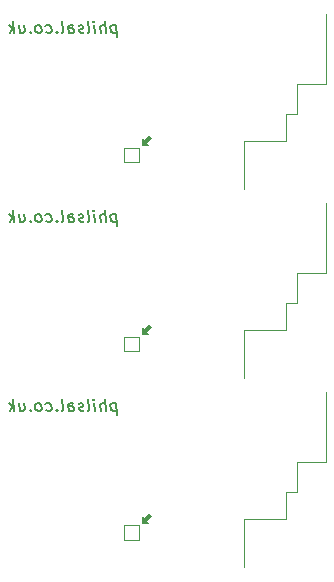
<source format=gbr>
G04 #@! TF.GenerationSoftware,KiCad,Pcbnew,(5.1.5)-3*
G04 #@! TF.CreationDate,2020-05-12T02:25:37+02:00*
G04 #@! TF.ProjectId,STRF,53545246-2e6b-4696-9361-645f70636258,rev?*
G04 #@! TF.SameCoordinates,Original*
G04 #@! TF.FileFunction,Legend,Bot*
G04 #@! TF.FilePolarity,Positive*
%FSLAX46Y46*%
G04 Gerber Fmt 4.6, Leading zero omitted, Abs format (unit mm)*
G04 Created by KiCad (PCBNEW (5.1.5)-3) date 2020-05-12 02:25:37*
%MOMM*%
%LPD*%
G04 APERTURE LIST*
%ADD10C,0.150000*%
%ADD11C,0.120000*%
%ADD12C,0.100000*%
G04 APERTURE END LIST*
D10*
X31466651Y-59985714D02*
X31591651Y-60985714D01*
X31472604Y-60033333D02*
X31371413Y-59985714D01*
X31180937Y-59985714D01*
X31091651Y-60033333D01*
X31049985Y-60080952D01*
X31014270Y-60176190D01*
X31049985Y-60461904D01*
X31109508Y-60557142D01*
X31163080Y-60604761D01*
X31264270Y-60652380D01*
X31454747Y-60652380D01*
X31544032Y-60604761D01*
X30645223Y-60652380D02*
X30520223Y-59652380D01*
X30216651Y-60652380D02*
X30151175Y-60128571D01*
X30186889Y-60033333D01*
X30276175Y-59985714D01*
X30419032Y-59985714D01*
X30520223Y-60033333D01*
X30573794Y-60080952D01*
X29740461Y-60652380D02*
X29657127Y-59985714D01*
X29615461Y-59652380D02*
X29669032Y-59700000D01*
X29627366Y-59747619D01*
X29573794Y-59700000D01*
X29615461Y-59652380D01*
X29627366Y-59747619D01*
X29121413Y-60652380D02*
X29210699Y-60604761D01*
X29246413Y-60509523D01*
X29139270Y-59652380D01*
X28782127Y-60604761D02*
X28692842Y-60652380D01*
X28502366Y-60652380D01*
X28401175Y-60604761D01*
X28341651Y-60509523D01*
X28335699Y-60461904D01*
X28371413Y-60366666D01*
X28460699Y-60319047D01*
X28603556Y-60319047D01*
X28692842Y-60271428D01*
X28728556Y-60176190D01*
X28722604Y-60128571D01*
X28663080Y-60033333D01*
X28561889Y-59985714D01*
X28419032Y-59985714D01*
X28329747Y-60033333D01*
X27502366Y-60652380D02*
X27436889Y-60128571D01*
X27472604Y-60033333D01*
X27561889Y-59985714D01*
X27752366Y-59985714D01*
X27853556Y-60033333D01*
X27496413Y-60604761D02*
X27597604Y-60652380D01*
X27835699Y-60652380D01*
X27924985Y-60604761D01*
X27960699Y-60509523D01*
X27948794Y-60414285D01*
X27889270Y-60319047D01*
X27788080Y-60271428D01*
X27549985Y-60271428D01*
X27448794Y-60223809D01*
X26883318Y-60652380D02*
X26972604Y-60604761D01*
X27008318Y-60509523D01*
X26901175Y-59652380D01*
X26490461Y-60557142D02*
X26448794Y-60604761D01*
X26502366Y-60652380D01*
X26544032Y-60604761D01*
X26490461Y-60557142D01*
X26502366Y-60652380D01*
X25591651Y-60604761D02*
X25692842Y-60652380D01*
X25883318Y-60652380D01*
X25972604Y-60604761D01*
X26014270Y-60557142D01*
X26049985Y-60461904D01*
X26014270Y-60176190D01*
X25954747Y-60080952D01*
X25901175Y-60033333D01*
X25799985Y-59985714D01*
X25609508Y-59985714D01*
X25520223Y-60033333D01*
X25026175Y-60652380D02*
X25115461Y-60604761D01*
X25157127Y-60557142D01*
X25192842Y-60461904D01*
X25157127Y-60176190D01*
X25097604Y-60080952D01*
X25044032Y-60033333D01*
X24942842Y-59985714D01*
X24799985Y-59985714D01*
X24710699Y-60033333D01*
X24669032Y-60080952D01*
X24633318Y-60176190D01*
X24669032Y-60461904D01*
X24728556Y-60557142D01*
X24782127Y-60604761D01*
X24883318Y-60652380D01*
X25026175Y-60652380D01*
X24252366Y-60557142D02*
X24210699Y-60604761D01*
X24264270Y-60652380D01*
X24305937Y-60604761D01*
X24252366Y-60557142D01*
X24264270Y-60652380D01*
X23276175Y-59985714D02*
X23359508Y-60652380D01*
X23704747Y-59985714D02*
X23770223Y-60509523D01*
X23734508Y-60604761D01*
X23645223Y-60652380D01*
X23502366Y-60652380D01*
X23401175Y-60604761D01*
X23347604Y-60557142D01*
X22883318Y-60652380D02*
X22758318Y-59652380D01*
X22740461Y-60271428D02*
X22502366Y-60652380D01*
X22419032Y-59985714D02*
X22847604Y-60366666D01*
D11*
X33150000Y-71550000D02*
X32200000Y-71550000D01*
X49250000Y-59050000D02*
X49250000Y-64225000D01*
X46825000Y-67475000D02*
X46225000Y-67475000D01*
X46850000Y-66125000D02*
X46850000Y-67225000D01*
X42325000Y-69800000D02*
X42325000Y-73900000D01*
D12*
G36*
X34450000Y-69550000D02*
G01*
X34050000Y-69950000D01*
X34200000Y-70100000D01*
X33700000Y-70100000D01*
X33700000Y-69600000D01*
X33850000Y-69750000D01*
X34250000Y-69350000D01*
X34450000Y-69550000D01*
G37*
X34450000Y-69550000D02*
X34050000Y-69950000D01*
X34200000Y-70100000D01*
X33700000Y-70100000D01*
X33700000Y-69600000D01*
X33850000Y-69750000D01*
X34250000Y-69350000D01*
X34450000Y-69550000D01*
D11*
X32200000Y-71500000D02*
X32200000Y-70350000D01*
X33400000Y-71550000D02*
X33150000Y-71550000D01*
X42325000Y-69800000D02*
X42675000Y-69800000D01*
X42700000Y-69800000D02*
X43850000Y-69800000D01*
X45900000Y-69800000D02*
X43850000Y-69800000D01*
X33400000Y-70350000D02*
X33400000Y-70700000D01*
X45900000Y-67475000D02*
X45900000Y-67925000D01*
X45900000Y-67925000D02*
X45900000Y-69800000D01*
X49250000Y-65000000D02*
X47950000Y-65000000D01*
X32200000Y-70350000D02*
X33400000Y-70350000D01*
X46850000Y-67225000D02*
X46850000Y-67475000D01*
X33400000Y-70700000D02*
X33400000Y-71550000D01*
X49250000Y-64250000D02*
X49250000Y-65000000D01*
X47925000Y-65000000D02*
X46850000Y-65000000D01*
X46200000Y-67475000D02*
X45925000Y-67475000D01*
X46850000Y-65000000D02*
X46850000Y-66100000D01*
X32200000Y-71550000D02*
X32200000Y-71500000D01*
D10*
X31466651Y-43985714D02*
X31591651Y-44985714D01*
X31472604Y-44033333D02*
X31371413Y-43985714D01*
X31180937Y-43985714D01*
X31091651Y-44033333D01*
X31049985Y-44080952D01*
X31014270Y-44176190D01*
X31049985Y-44461904D01*
X31109508Y-44557142D01*
X31163080Y-44604761D01*
X31264270Y-44652380D01*
X31454747Y-44652380D01*
X31544032Y-44604761D01*
X30645223Y-44652380D02*
X30520223Y-43652380D01*
X30216651Y-44652380D02*
X30151175Y-44128571D01*
X30186889Y-44033333D01*
X30276175Y-43985714D01*
X30419032Y-43985714D01*
X30520223Y-44033333D01*
X30573794Y-44080952D01*
X29740461Y-44652380D02*
X29657127Y-43985714D01*
X29615461Y-43652380D02*
X29669032Y-43700000D01*
X29627366Y-43747619D01*
X29573794Y-43700000D01*
X29615461Y-43652380D01*
X29627366Y-43747619D01*
X29121413Y-44652380D02*
X29210699Y-44604761D01*
X29246413Y-44509523D01*
X29139270Y-43652380D01*
X28782127Y-44604761D02*
X28692842Y-44652380D01*
X28502366Y-44652380D01*
X28401175Y-44604761D01*
X28341651Y-44509523D01*
X28335699Y-44461904D01*
X28371413Y-44366666D01*
X28460699Y-44319047D01*
X28603556Y-44319047D01*
X28692842Y-44271428D01*
X28728556Y-44176190D01*
X28722604Y-44128571D01*
X28663080Y-44033333D01*
X28561889Y-43985714D01*
X28419032Y-43985714D01*
X28329747Y-44033333D01*
X27502366Y-44652380D02*
X27436889Y-44128571D01*
X27472604Y-44033333D01*
X27561889Y-43985714D01*
X27752366Y-43985714D01*
X27853556Y-44033333D01*
X27496413Y-44604761D02*
X27597604Y-44652380D01*
X27835699Y-44652380D01*
X27924985Y-44604761D01*
X27960699Y-44509523D01*
X27948794Y-44414285D01*
X27889270Y-44319047D01*
X27788080Y-44271428D01*
X27549985Y-44271428D01*
X27448794Y-44223809D01*
X26883318Y-44652380D02*
X26972604Y-44604761D01*
X27008318Y-44509523D01*
X26901175Y-43652380D01*
X26490461Y-44557142D02*
X26448794Y-44604761D01*
X26502366Y-44652380D01*
X26544032Y-44604761D01*
X26490461Y-44557142D01*
X26502366Y-44652380D01*
X25591651Y-44604761D02*
X25692842Y-44652380D01*
X25883318Y-44652380D01*
X25972604Y-44604761D01*
X26014270Y-44557142D01*
X26049985Y-44461904D01*
X26014270Y-44176190D01*
X25954747Y-44080952D01*
X25901175Y-44033333D01*
X25799985Y-43985714D01*
X25609508Y-43985714D01*
X25520223Y-44033333D01*
X25026175Y-44652380D02*
X25115461Y-44604761D01*
X25157127Y-44557142D01*
X25192842Y-44461904D01*
X25157127Y-44176190D01*
X25097604Y-44080952D01*
X25044032Y-44033333D01*
X24942842Y-43985714D01*
X24799985Y-43985714D01*
X24710699Y-44033333D01*
X24669032Y-44080952D01*
X24633318Y-44176190D01*
X24669032Y-44461904D01*
X24728556Y-44557142D01*
X24782127Y-44604761D01*
X24883318Y-44652380D01*
X25026175Y-44652380D01*
X24252366Y-44557142D02*
X24210699Y-44604761D01*
X24264270Y-44652380D01*
X24305937Y-44604761D01*
X24252366Y-44557142D01*
X24264270Y-44652380D01*
X23276175Y-43985714D02*
X23359508Y-44652380D01*
X23704747Y-43985714D02*
X23770223Y-44509523D01*
X23734508Y-44604761D01*
X23645223Y-44652380D01*
X23502366Y-44652380D01*
X23401175Y-44604761D01*
X23347604Y-44557142D01*
X22883318Y-44652380D02*
X22758318Y-43652380D01*
X22740461Y-44271428D02*
X22502366Y-44652380D01*
X22419032Y-43985714D02*
X22847604Y-44366666D01*
D11*
X49250000Y-48250000D02*
X49250000Y-49000000D01*
X46200000Y-51475000D02*
X45925000Y-51475000D01*
X46850000Y-49000000D02*
X46850000Y-50100000D01*
X32200000Y-55550000D02*
X32200000Y-55500000D01*
X33150000Y-55550000D02*
X32200000Y-55550000D01*
X46850000Y-50125000D02*
X46850000Y-51225000D01*
X42325000Y-53800000D02*
X42325000Y-57900000D01*
D12*
G36*
X34450000Y-53550000D02*
G01*
X34050000Y-53950000D01*
X34200000Y-54100000D01*
X33700000Y-54100000D01*
X33700000Y-53600000D01*
X33850000Y-53750000D01*
X34250000Y-53350000D01*
X34450000Y-53550000D01*
G37*
X34450000Y-53550000D02*
X34050000Y-53950000D01*
X34200000Y-54100000D01*
X33700000Y-54100000D01*
X33700000Y-53600000D01*
X33850000Y-53750000D01*
X34250000Y-53350000D01*
X34450000Y-53550000D01*
D11*
X49250000Y-43050000D02*
X49250000Y-48225000D01*
X33400000Y-54350000D02*
X33400000Y-54700000D01*
X42700000Y-53800000D02*
X43850000Y-53800000D01*
X45900000Y-51475000D02*
X45900000Y-51925000D01*
X46850000Y-51225000D02*
X46850000Y-51475000D01*
X32200000Y-54350000D02*
X33400000Y-54350000D01*
X45900000Y-51925000D02*
X45900000Y-53800000D01*
X47925000Y-49000000D02*
X46850000Y-49000000D01*
X32200000Y-55500000D02*
X32200000Y-54350000D01*
X33400000Y-54700000D02*
X33400000Y-55550000D01*
X33400000Y-55550000D02*
X33150000Y-55550000D01*
X42325000Y-53800000D02*
X42675000Y-53800000D01*
X49250000Y-49000000D02*
X47950000Y-49000000D01*
X46825000Y-51475000D02*
X46225000Y-51475000D01*
X45900000Y-53800000D02*
X43850000Y-53800000D01*
X45900000Y-35925000D02*
X45900000Y-37800000D01*
X45900000Y-35475000D02*
X45900000Y-35925000D01*
D12*
G36*
X34450000Y-37550000D02*
G01*
X34050000Y-37950000D01*
X34200000Y-38100000D01*
X33700000Y-38100000D01*
X33700000Y-37600000D01*
X33850000Y-37750000D01*
X34250000Y-37350000D01*
X34450000Y-37550000D01*
G37*
X34450000Y-37550000D02*
X34050000Y-37950000D01*
X34200000Y-38100000D01*
X33700000Y-38100000D01*
X33700000Y-37600000D01*
X33850000Y-37750000D01*
X34250000Y-37350000D01*
X34450000Y-37550000D01*
D11*
X32200000Y-39550000D02*
X32200000Y-39500000D01*
X33150000Y-39550000D02*
X32200000Y-39550000D01*
X33400000Y-39550000D02*
X33150000Y-39550000D01*
X33400000Y-38700000D02*
X33400000Y-39550000D01*
X33400000Y-38350000D02*
X33400000Y-38700000D01*
X32200000Y-38350000D02*
X33400000Y-38350000D01*
X32200000Y-39500000D02*
X32200000Y-38350000D01*
X42325000Y-37800000D02*
X42325000Y-41900000D01*
X42325000Y-37800000D02*
X42675000Y-37800000D01*
X42700000Y-37800000D02*
X43850000Y-37800000D01*
X45900000Y-37800000D02*
X43850000Y-37800000D01*
X46200000Y-35475000D02*
X45925000Y-35475000D01*
X46825000Y-35475000D02*
X46225000Y-35475000D01*
X46850000Y-35225000D02*
X46850000Y-35475000D01*
X46850000Y-34125000D02*
X46850000Y-35225000D01*
X46850000Y-33000000D02*
X46850000Y-34100000D01*
X47925000Y-33000000D02*
X46850000Y-33000000D01*
X49250000Y-33000000D02*
X47950000Y-33000000D01*
X49250000Y-32250000D02*
X49250000Y-33000000D01*
X49250000Y-27050000D02*
X49250000Y-32225000D01*
D10*
X31466651Y-27985714D02*
X31591651Y-28985714D01*
X31472604Y-28033333D02*
X31371413Y-27985714D01*
X31180937Y-27985714D01*
X31091651Y-28033333D01*
X31049985Y-28080952D01*
X31014270Y-28176190D01*
X31049985Y-28461904D01*
X31109508Y-28557142D01*
X31163080Y-28604761D01*
X31264270Y-28652380D01*
X31454747Y-28652380D01*
X31544032Y-28604761D01*
X30645223Y-28652380D02*
X30520223Y-27652380D01*
X30216651Y-28652380D02*
X30151175Y-28128571D01*
X30186889Y-28033333D01*
X30276175Y-27985714D01*
X30419032Y-27985714D01*
X30520223Y-28033333D01*
X30573794Y-28080952D01*
X29740461Y-28652380D02*
X29657127Y-27985714D01*
X29615461Y-27652380D02*
X29669032Y-27700000D01*
X29627366Y-27747619D01*
X29573794Y-27700000D01*
X29615461Y-27652380D01*
X29627366Y-27747619D01*
X29121413Y-28652380D02*
X29210699Y-28604761D01*
X29246413Y-28509523D01*
X29139270Y-27652380D01*
X28782127Y-28604761D02*
X28692842Y-28652380D01*
X28502366Y-28652380D01*
X28401175Y-28604761D01*
X28341651Y-28509523D01*
X28335699Y-28461904D01*
X28371413Y-28366666D01*
X28460699Y-28319047D01*
X28603556Y-28319047D01*
X28692842Y-28271428D01*
X28728556Y-28176190D01*
X28722604Y-28128571D01*
X28663080Y-28033333D01*
X28561889Y-27985714D01*
X28419032Y-27985714D01*
X28329747Y-28033333D01*
X27502366Y-28652380D02*
X27436889Y-28128571D01*
X27472604Y-28033333D01*
X27561889Y-27985714D01*
X27752366Y-27985714D01*
X27853556Y-28033333D01*
X27496413Y-28604761D02*
X27597604Y-28652380D01*
X27835699Y-28652380D01*
X27924985Y-28604761D01*
X27960699Y-28509523D01*
X27948794Y-28414285D01*
X27889270Y-28319047D01*
X27788080Y-28271428D01*
X27549985Y-28271428D01*
X27448794Y-28223809D01*
X26883318Y-28652380D02*
X26972604Y-28604761D01*
X27008318Y-28509523D01*
X26901175Y-27652380D01*
X26490461Y-28557142D02*
X26448794Y-28604761D01*
X26502366Y-28652380D01*
X26544032Y-28604761D01*
X26490461Y-28557142D01*
X26502366Y-28652380D01*
X25591651Y-28604761D02*
X25692842Y-28652380D01*
X25883318Y-28652380D01*
X25972604Y-28604761D01*
X26014270Y-28557142D01*
X26049985Y-28461904D01*
X26014270Y-28176190D01*
X25954747Y-28080952D01*
X25901175Y-28033333D01*
X25799985Y-27985714D01*
X25609508Y-27985714D01*
X25520223Y-28033333D01*
X25026175Y-28652380D02*
X25115461Y-28604761D01*
X25157127Y-28557142D01*
X25192842Y-28461904D01*
X25157127Y-28176190D01*
X25097604Y-28080952D01*
X25044032Y-28033333D01*
X24942842Y-27985714D01*
X24799985Y-27985714D01*
X24710699Y-28033333D01*
X24669032Y-28080952D01*
X24633318Y-28176190D01*
X24669032Y-28461904D01*
X24728556Y-28557142D01*
X24782127Y-28604761D01*
X24883318Y-28652380D01*
X25026175Y-28652380D01*
X24252366Y-28557142D02*
X24210699Y-28604761D01*
X24264270Y-28652380D01*
X24305937Y-28604761D01*
X24252366Y-28557142D01*
X24264270Y-28652380D01*
X23276175Y-27985714D02*
X23359508Y-28652380D01*
X23704747Y-27985714D02*
X23770223Y-28509523D01*
X23734508Y-28604761D01*
X23645223Y-28652380D01*
X23502366Y-28652380D01*
X23401175Y-28604761D01*
X23347604Y-28557142D01*
X22883318Y-28652380D02*
X22758318Y-27652380D01*
X22740461Y-28271428D02*
X22502366Y-28652380D01*
X22419032Y-27985714D02*
X22847604Y-28366666D01*
M02*

</source>
